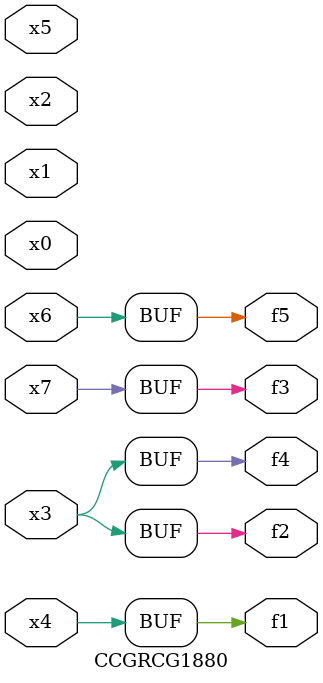
<source format=v>
module CCGRCG1880(
	input x0, x1, x2, x3, x4, x5, x6, x7,
	output f1, f2, f3, f4, f5
);
	assign f1 = x4;
	assign f2 = x3;
	assign f3 = x7;
	assign f4 = x3;
	assign f5 = x6;
endmodule

</source>
